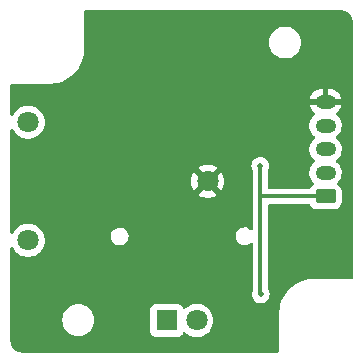
<source format=gbr>
G04 #@! TF.GenerationSoftware,KiCad,Pcbnew,7.0.11-7.0.11~ubuntu22.04.1*
G04 #@! TF.CreationDate,2024-04-10T19:00:30+01:00*
G04 #@! TF.ProjectId,KitchenTimer,4b697463-6865-46e5-9469-6d65722e6b69,rev?*
G04 #@! TF.SameCoordinates,PX44794c0PY22243c0*
G04 #@! TF.FileFunction,Copper,L2,Bot*
G04 #@! TF.FilePolarity,Positive*
%FSLAX45Y45*%
G04 Gerber Fmt 4.5, Leading zero omitted, Abs format (unit mm)*
G04 Created by KiCad (PCBNEW 7.0.11-7.0.11~ubuntu22.04.1) date 2024-04-10 19:00:30*
%MOMM*%
%LPD*%
G01*
G04 APERTURE LIST*
G04 Aperture macros list*
%AMRoundRect*
0 Rectangle with rounded corners*
0 $1 Rounding radius*
0 $2 $3 $4 $5 $6 $7 $8 $9 X,Y pos of 4 corners*
0 Add a 4 corners polygon primitive as box body*
4,1,4,$2,$3,$4,$5,$6,$7,$8,$9,$2,$3,0*
0 Add four circle primitives for the rounded corners*
1,1,$1+$1,$2,$3*
1,1,$1+$1,$4,$5*
1,1,$1+$1,$6,$7*
1,1,$1+$1,$8,$9*
0 Add four rect primitives between the rounded corners*
20,1,$1+$1,$2,$3,$4,$5,0*
20,1,$1+$1,$4,$5,$6,$7,0*
20,1,$1+$1,$6,$7,$8,$9,0*
20,1,$1+$1,$8,$9,$2,$3,0*%
G04 Aperture macros list end*
G04 #@! TA.AperFunction,ComponentPad*
%ADD10R,1.800000X1.800000*%
G04 #@! TD*
G04 #@! TA.AperFunction,ComponentPad*
%ADD11C,1.800000*%
G04 #@! TD*
G04 #@! TA.AperFunction,ComponentPad*
%ADD12RoundRect,0.250000X0.625000X-0.350000X0.625000X0.350000X-0.625000X0.350000X-0.625000X-0.350000X0*%
G04 #@! TD*
G04 #@! TA.AperFunction,ComponentPad*
%ADD13O,1.750000X1.200000*%
G04 #@! TD*
G04 #@! TA.AperFunction,ViaPad*
%ADD14C,0.500000*%
G04 #@! TD*
G04 #@! TA.AperFunction,Conductor*
%ADD15C,0.300000*%
G04 #@! TD*
G04 APERTURE END LIST*
D10*
X1323000Y-2628000D03*
D11*
X1577000Y-2628000D03*
D12*
X2668000Y-1578000D03*
D13*
X2668000Y-1378000D03*
X2668000Y-1178000D03*
X2668000Y-978000D03*
X2668000Y-778000D03*
D11*
X150000Y-950000D03*
X150000Y-1950000D03*
X1670000Y-1450000D03*
D14*
X1148000Y-2143000D03*
X284000Y-2783000D03*
X875000Y-630000D03*
X944000Y-2818000D03*
X2212000Y-2140000D03*
X2243500Y-1318000D03*
X2118000Y-2408000D03*
X2116500Y-1319000D03*
D15*
X2118000Y-1578000D02*
X2117000Y-1577000D01*
X2668000Y-1578000D02*
X2118000Y-1578000D01*
X2116500Y-1319000D02*
X2117000Y-1577000D01*
X2117000Y-1577000D02*
X2117000Y-2407000D01*
X2117000Y-2407000D02*
X2118000Y-2408000D01*
G04 #@! TA.AperFunction,Conductor*
G36*
X2800539Y-97D02*
G01*
X2801743Y-202D01*
X2804488Y-443D01*
X2804596Y-453D01*
X2817178Y-1692D01*
X2819168Y-2054D01*
X2825647Y-3790D01*
X2826020Y-3897D01*
X2835157Y-6668D01*
X2836796Y-7295D01*
X2843387Y-10369D01*
X2843987Y-10669D01*
X2847320Y-12450D01*
X2851905Y-14901D01*
X2853171Y-15679D01*
X2859289Y-19963D01*
X2860043Y-20535D01*
X2866845Y-26117D01*
X2867747Y-26934D01*
X2873065Y-32253D01*
X2873883Y-33154D01*
X2879465Y-39957D01*
X2880037Y-40711D01*
X2884321Y-46828D01*
X2885099Y-48095D01*
X2889330Y-56011D01*
X2889633Y-56616D01*
X2892704Y-63203D01*
X2893332Y-64844D01*
X2896101Y-73971D01*
X2896212Y-74362D01*
X2897945Y-80830D01*
X2898308Y-82824D01*
X2899546Y-95388D01*
X2899558Y-95522D01*
X2899903Y-99460D01*
X2899950Y-100542D01*
X2899950Y-2262550D01*
X2897981Y-2269254D01*
X2892701Y-2273829D01*
X2887550Y-2274950D01*
X2575050Y-2274950D01*
X2575000Y-2274950D01*
X2559275Y-2274950D01*
X2527997Y-2278237D01*
X2527997Y-2278237D01*
X2527997Y-2278238D01*
X2497235Y-2284776D01*
X2497235Y-2284776D01*
X2467325Y-2294494D01*
X2438593Y-2307287D01*
X2438592Y-2307287D01*
X2411357Y-2323011D01*
X2411357Y-2323012D01*
X2385914Y-2341497D01*
X2385913Y-2341497D01*
X2362541Y-2362541D01*
X2341497Y-2385913D01*
X2341497Y-2385914D01*
X2323012Y-2411357D01*
X2323011Y-2411357D01*
X2307287Y-2438592D01*
X2307287Y-2438593D01*
X2294494Y-2467325D01*
X2284776Y-2497235D01*
X2284776Y-2497235D01*
X2278396Y-2527252D01*
X2278237Y-2527997D01*
X2275166Y-2557217D01*
X2274950Y-2559275D01*
X2274950Y-2887550D01*
X2272982Y-2894254D01*
X2267701Y-2898829D01*
X2262550Y-2899950D01*
X100542Y-2899950D01*
X99461Y-2899903D01*
X99200Y-2899880D01*
X95522Y-2899558D01*
X95388Y-2899546D01*
X82824Y-2898308D01*
X80830Y-2897945D01*
X74362Y-2896212D01*
X73971Y-2896101D01*
X64844Y-2893332D01*
X63203Y-2892704D01*
X56616Y-2889633D01*
X56011Y-2889330D01*
X48095Y-2885099D01*
X46828Y-2884321D01*
X40711Y-2880037D01*
X39957Y-2879465D01*
X33154Y-2873883D01*
X32253Y-2873065D01*
X26934Y-2867747D01*
X26117Y-2866845D01*
X20535Y-2860043D01*
X19963Y-2859289D01*
X15679Y-2853171D01*
X14901Y-2851905D01*
X12955Y-2848264D01*
X10669Y-2843987D01*
X10369Y-2843387D01*
X7295Y-2836796D01*
X6668Y-2835157D01*
X3897Y-2826020D01*
X3790Y-2825647D01*
X2054Y-2819168D01*
X1692Y-2817178D01*
X453Y-2804596D01*
X443Y-2804488D01*
X97Y-2800539D01*
X50Y-2799459D01*
X50Y-2625000D01*
X439434Y-2625000D01*
X441494Y-2648540D01*
X441494Y-2648541D01*
X447609Y-2671366D01*
X447610Y-2671366D01*
X447610Y-2671366D01*
X448665Y-2673630D01*
X457596Y-2692783D01*
X457596Y-2692783D01*
X471150Y-2712140D01*
X487860Y-2728849D01*
X507217Y-2742403D01*
X507217Y-2742404D01*
X528634Y-2752390D01*
X528634Y-2752390D01*
X528634Y-2752391D01*
X533725Y-2753755D01*
X551459Y-2758506D01*
X569103Y-2760050D01*
X569103Y-2760050D01*
X569103Y-2760050D01*
X580897Y-2760050D01*
X580897Y-2760050D01*
X598541Y-2758506D01*
X621366Y-2752390D01*
X642783Y-2742404D01*
X662140Y-2728850D01*
X668203Y-2722787D01*
X1182950Y-2722787D01*
X1182950Y-2722788D01*
X1183591Y-2728748D01*
X1188620Y-2742233D01*
X1188621Y-2742234D01*
X1197245Y-2753754D01*
X1197246Y-2753755D01*
X1208766Y-2762379D01*
X1208767Y-2762380D01*
X1222252Y-2767409D01*
X1222252Y-2767409D01*
X1222944Y-2767484D01*
X1228213Y-2768050D01*
X1417787Y-2768050D01*
X1423748Y-2767409D01*
X1437233Y-2762380D01*
X1448755Y-2753755D01*
X1457380Y-2742233D01*
X1460245Y-2734549D01*
X1464433Y-2728956D01*
X1470979Y-2726514D01*
X1477806Y-2727999D01*
X1480987Y-2730484D01*
X1481730Y-2731292D01*
X1481821Y-2731391D01*
X1481822Y-2731392D01*
X1500136Y-2745646D01*
X1500137Y-2745647D01*
X1500137Y-2745647D01*
X1520550Y-2756694D01*
X1530326Y-2760050D01*
X1542501Y-2764230D01*
X1542502Y-2764230D01*
X1542502Y-2764230D01*
X1565395Y-2768050D01*
X1565395Y-2768050D01*
X1588605Y-2768050D01*
X1588605Y-2768050D01*
X1611498Y-2764230D01*
X1633450Y-2756694D01*
X1653863Y-2745647D01*
X1672178Y-2731391D01*
X1687898Y-2714315D01*
X1700592Y-2694885D01*
X1709916Y-2673630D01*
X1715613Y-2651131D01*
X1715613Y-2651130D01*
X1717530Y-2628001D01*
X1717530Y-2627999D01*
X1715613Y-2604870D01*
X1715613Y-2604869D01*
X1709916Y-2582370D01*
X1700592Y-2561115D01*
X1687898Y-2541685D01*
X1687898Y-2541685D01*
X1687898Y-2541685D01*
X1672178Y-2524609D01*
X1672178Y-2524608D01*
X1672178Y-2524608D01*
X1653863Y-2510354D01*
X1653863Y-2510353D01*
X1633450Y-2499306D01*
X1633449Y-2499306D01*
X1611498Y-2491770D01*
X1592445Y-2488591D01*
X1588605Y-2487950D01*
X1565395Y-2487950D01*
X1561555Y-2488591D01*
X1542501Y-2491770D01*
X1520550Y-2499306D01*
X1520549Y-2499306D01*
X1500137Y-2510353D01*
X1500136Y-2510354D01*
X1481822Y-2524608D01*
X1481822Y-2524609D01*
X1480987Y-2525516D01*
X1474998Y-2529115D01*
X1468014Y-2528905D01*
X1462252Y-2524952D01*
X1460245Y-2521451D01*
X1457380Y-2513767D01*
X1457379Y-2513766D01*
X1448755Y-2502246D01*
X1448754Y-2502245D01*
X1437233Y-2493621D01*
X1437233Y-2493620D01*
X1423748Y-2488591D01*
X1423748Y-2488591D01*
X1417788Y-2487950D01*
X1417788Y-2487950D01*
X1417787Y-2487950D01*
X1417786Y-2487950D01*
X1228213Y-2487950D01*
X1228212Y-2487950D01*
X1222252Y-2488591D01*
X1208767Y-2493620D01*
X1208766Y-2493621D01*
X1197246Y-2502245D01*
X1197245Y-2502246D01*
X1188621Y-2513766D01*
X1188620Y-2513767D01*
X1183591Y-2527252D01*
X1182950Y-2533212D01*
X1182950Y-2533214D01*
X1182950Y-2722787D01*
X668203Y-2722787D01*
X678850Y-2712140D01*
X692404Y-2692783D01*
X702390Y-2671366D01*
X708506Y-2648541D01*
X710566Y-2625000D01*
X708506Y-2601459D01*
X702390Y-2578634D01*
X692404Y-2557217D01*
X692403Y-2557217D01*
X678849Y-2537860D01*
X662140Y-2521151D01*
X642783Y-2507597D01*
X642783Y-2507596D01*
X631307Y-2502245D01*
X621366Y-2497610D01*
X621366Y-2497610D01*
X621366Y-2497609D01*
X598541Y-2491494D01*
X598540Y-2491494D01*
X580897Y-2489950D01*
X580897Y-2489950D01*
X569103Y-2489950D01*
X569103Y-2489950D01*
X551460Y-2491494D01*
X551459Y-2491494D01*
X528634Y-2497609D01*
X528634Y-2497610D01*
X507217Y-2507596D01*
X507217Y-2507597D01*
X487860Y-2521151D01*
X471151Y-2537860D01*
X471150Y-2537860D01*
X457597Y-2557217D01*
X457596Y-2557217D01*
X447610Y-2578634D01*
X447609Y-2578634D01*
X441494Y-2601459D01*
X441494Y-2601460D01*
X439434Y-2625000D01*
X439434Y-2625000D01*
X50Y-2625000D01*
X50Y-2015934D01*
X2018Y-2009230D01*
X7299Y-2004655D01*
X14215Y-2003660D01*
X20570Y-2006563D01*
X23806Y-2010953D01*
X26407Y-2016885D01*
X39102Y-2036315D01*
X39102Y-2036315D01*
X39102Y-2036315D01*
X54822Y-2053391D01*
X54822Y-2053391D01*
X54822Y-2053392D01*
X73137Y-2067646D01*
X73137Y-2067647D01*
X73137Y-2067647D01*
X93550Y-2078694D01*
X104949Y-2082607D01*
X115501Y-2086230D01*
X115502Y-2086230D01*
X115502Y-2086230D01*
X138395Y-2090050D01*
X138395Y-2090050D01*
X161605Y-2090050D01*
X161605Y-2090050D01*
X184498Y-2086230D01*
X206450Y-2078694D01*
X226863Y-2067647D01*
X245178Y-2053391D01*
X260898Y-2036315D01*
X273592Y-2016885D01*
X282916Y-1995630D01*
X288613Y-1973130D01*
X288634Y-1972883D01*
X290530Y-1950001D01*
X290530Y-1949999D01*
X288614Y-1926870D01*
X288613Y-1926869D01*
X287480Y-1922393D01*
X849067Y-1922393D01*
X850606Y-1931121D01*
X852113Y-1939671D01*
X859062Y-1955780D01*
X859062Y-1955781D01*
X859063Y-1955781D01*
X864528Y-1963122D01*
X869539Y-1969853D01*
X882979Y-1981130D01*
X890749Y-1985032D01*
X898656Y-1989004D01*
X898656Y-1989004D01*
X898657Y-1989004D01*
X915728Y-1993050D01*
X915728Y-1993050D01*
X928870Y-1993050D01*
X928871Y-1993050D01*
X941925Y-1991524D01*
X958412Y-1985524D01*
X973070Y-1975883D01*
X985109Y-1963122D01*
X993881Y-1947928D01*
X998913Y-1931121D01*
X999596Y-1919393D01*
X1907067Y-1919393D01*
X1909135Y-1931120D01*
X1910113Y-1936671D01*
X1917062Y-1952780D01*
X1917062Y-1952781D01*
X1917063Y-1952781D01*
X1922528Y-1960122D01*
X1927539Y-1966853D01*
X1940979Y-1978130D01*
X1946952Y-1981130D01*
X1956656Y-1986004D01*
X1956656Y-1986004D01*
X1956657Y-1986004D01*
X1973728Y-1990050D01*
X1973728Y-1990050D01*
X1986870Y-1990050D01*
X1986871Y-1990050D01*
X1999925Y-1988524D01*
X2016412Y-1982524D01*
X2031070Y-1972883D01*
X2031070Y-1972883D01*
X2031579Y-1972455D01*
X2037980Y-1969654D01*
X2044879Y-1970758D01*
X2050086Y-1975416D01*
X2051950Y-1981954D01*
X2051950Y-2368483D01*
X2050195Y-2374574D01*
X2050256Y-2374604D01*
X2050083Y-2374964D01*
X2050050Y-2375079D01*
X2049954Y-2375231D01*
X2044368Y-2391194D01*
X2042475Y-2408000D01*
X2042475Y-2408000D01*
X2044368Y-2424806D01*
X2049954Y-2440769D01*
X2049955Y-2440770D01*
X2058952Y-2455088D01*
X2058952Y-2455089D01*
X2070911Y-2467048D01*
X2070911Y-2467048D01*
X2085230Y-2476045D01*
X2085230Y-2476045D01*
X2085231Y-2476046D01*
X2085231Y-2476046D01*
X2092491Y-2478586D01*
X2101194Y-2481631D01*
X2118000Y-2483525D01*
X2118000Y-2483525D01*
X2118000Y-2483525D01*
X2134806Y-2481631D01*
X2134806Y-2481631D01*
X2150769Y-2476046D01*
X2150769Y-2476045D01*
X2150769Y-2476045D01*
X2150770Y-2476045D01*
X2165088Y-2467048D01*
X2165089Y-2467048D01*
X2165089Y-2467048D01*
X2177048Y-2455089D01*
X2186045Y-2440770D01*
X2186045Y-2440769D01*
X2186045Y-2440769D01*
X2186046Y-2440769D01*
X2191631Y-2424806D01*
X2191631Y-2424806D01*
X2191631Y-2424806D01*
X2193525Y-2408000D01*
X2193525Y-2408000D01*
X2191631Y-2391194D01*
X2189783Y-2385913D01*
X2186046Y-2375231D01*
X2185457Y-2374294D01*
X2183951Y-2371897D01*
X2182050Y-2365300D01*
X2182050Y-1655450D01*
X2184019Y-1648746D01*
X2189299Y-1644171D01*
X2194450Y-1643050D01*
X2528936Y-1643050D01*
X2535640Y-1645018D01*
X2539490Y-1648940D01*
X2546229Y-1659866D01*
X2558634Y-1672271D01*
X2573567Y-1681481D01*
X2590220Y-1687000D01*
X2600499Y-1688050D01*
X2735501Y-1688050D01*
X2745780Y-1687000D01*
X2762433Y-1681481D01*
X2777366Y-1672271D01*
X2789771Y-1659866D01*
X2798981Y-1644933D01*
X2804500Y-1628280D01*
X2805550Y-1618001D01*
X2805550Y-1537999D01*
X2804500Y-1527720D01*
X2798981Y-1511067D01*
X2789771Y-1496134D01*
X2777366Y-1483729D01*
X2771026Y-1479818D01*
X2766354Y-1474624D01*
X2765231Y-1467727D01*
X2768016Y-1461319D01*
X2769870Y-1459518D01*
X2771789Y-1458009D01*
X2785552Y-1442126D01*
X2796060Y-1423924D01*
X2802934Y-1404063D01*
X2805925Y-1383260D01*
X2804925Y-1362267D01*
X2799970Y-1341842D01*
X2799970Y-1341842D01*
X2791240Y-1322726D01*
X2791240Y-1322725D01*
X2791240Y-1322725D01*
X2791240Y-1322725D01*
X2779049Y-1305605D01*
X2779048Y-1305605D01*
X2779048Y-1305604D01*
X2763838Y-1291101D01*
X2759706Y-1288446D01*
X2755130Y-1283165D01*
X2754136Y-1276250D01*
X2757038Y-1269894D01*
X2758745Y-1268267D01*
X2763028Y-1264898D01*
X2771789Y-1258009D01*
X2785552Y-1242126D01*
X2796060Y-1223924D01*
X2802934Y-1204063D01*
X2805925Y-1183260D01*
X2804925Y-1162267D01*
X2799970Y-1141842D01*
X2799970Y-1141842D01*
X2791240Y-1122726D01*
X2791240Y-1122725D01*
X2791240Y-1122725D01*
X2791240Y-1122725D01*
X2779049Y-1105605D01*
X2779048Y-1105605D01*
X2779048Y-1105604D01*
X2763838Y-1091101D01*
X2759706Y-1088446D01*
X2755130Y-1083165D01*
X2754136Y-1076250D01*
X2757038Y-1069894D01*
X2758745Y-1068267D01*
X2771788Y-1058009D01*
X2771789Y-1058009D01*
X2785552Y-1042126D01*
X2796060Y-1023924D01*
X2802934Y-1004063D01*
X2805925Y-983260D01*
X2804925Y-962267D01*
X2799970Y-941842D01*
X2799970Y-941842D01*
X2791240Y-922726D01*
X2791240Y-922725D01*
X2791240Y-922725D01*
X2791240Y-922725D01*
X2779049Y-905605D01*
X2779048Y-905605D01*
X2779048Y-905604D01*
X2763838Y-891101D01*
X2759661Y-888417D01*
X2755086Y-883137D01*
X2754091Y-876221D01*
X2756994Y-869865D01*
X2758700Y-868239D01*
X2771754Y-857973D01*
X2785511Y-842097D01*
X2785511Y-842096D01*
X2796014Y-823904D01*
X2796015Y-823903D01*
X2802885Y-804052D01*
X2802885Y-804051D01*
X2803037Y-803000D01*
X2695956Y-803000D01*
X2699828Y-798794D01*
X2704855Y-787333D01*
X2705889Y-774860D01*
X2702816Y-762728D01*
X2696461Y-753000D01*
X2802626Y-753000D01*
X2799923Y-741859D01*
X2791196Y-722749D01*
X2779011Y-705638D01*
X2779010Y-705637D01*
X2763807Y-691141D01*
X2746134Y-679783D01*
X2726631Y-671976D01*
X2706004Y-668000D01*
X2693000Y-668000D01*
X2693000Y-749938D01*
X2686095Y-744564D01*
X2674258Y-740500D01*
X2664893Y-740500D01*
X2655655Y-742041D01*
X2644649Y-747998D01*
X2643000Y-749789D01*
X2643000Y-668000D01*
X2635260Y-668000D01*
X2619588Y-669497D01*
X2619587Y-669497D01*
X2599431Y-675415D01*
X2580759Y-685041D01*
X2564246Y-698027D01*
X2564246Y-698027D01*
X2550489Y-713903D01*
X2550489Y-713904D01*
X2539986Y-732096D01*
X2539985Y-732097D01*
X2533114Y-751948D01*
X2533114Y-751948D01*
X2532963Y-753000D01*
X2640044Y-753000D01*
X2636172Y-757206D01*
X2631145Y-768667D01*
X2630111Y-781139D01*
X2633184Y-793272D01*
X2639539Y-803000D01*
X2533374Y-803000D01*
X2536077Y-814141D01*
X2544804Y-833251D01*
X2556989Y-850362D01*
X2556990Y-850362D01*
X2572193Y-864859D01*
X2576336Y-867521D01*
X2580911Y-872802D01*
X2581906Y-879718D01*
X2579003Y-886073D01*
X2577297Y-887700D01*
X2564212Y-897990D01*
X2564211Y-897991D01*
X2550448Y-913875D01*
X2539940Y-932075D01*
X2533066Y-951936D01*
X2533066Y-951937D01*
X2531580Y-962267D01*
X2530075Y-972740D01*
X2531075Y-993733D01*
X2536030Y-1014158D01*
X2536030Y-1014158D01*
X2544760Y-1033274D01*
X2544760Y-1033275D01*
X2544760Y-1033275D01*
X2544760Y-1033275D01*
X2551063Y-1042126D01*
X2556952Y-1050395D01*
X2556952Y-1050396D01*
X2572162Y-1064898D01*
X2576294Y-1067554D01*
X2580870Y-1072834D01*
X2581864Y-1079750D01*
X2578962Y-1086106D01*
X2577256Y-1087733D01*
X2564211Y-1097991D01*
X2550448Y-1113875D01*
X2539940Y-1132075D01*
X2533066Y-1151937D01*
X2533066Y-1151937D01*
X2531580Y-1162267D01*
X2530075Y-1172740D01*
X2531075Y-1193733D01*
X2536030Y-1214158D01*
X2536030Y-1214158D01*
X2544760Y-1233274D01*
X2544760Y-1233275D01*
X2544760Y-1233275D01*
X2544760Y-1233275D01*
X2553372Y-1245369D01*
X2556952Y-1250395D01*
X2556952Y-1250396D01*
X2572162Y-1264898D01*
X2576294Y-1267554D01*
X2580870Y-1272834D01*
X2581864Y-1279750D01*
X2578962Y-1286106D01*
X2577256Y-1287733D01*
X2564211Y-1297991D01*
X2550448Y-1313875D01*
X2539940Y-1332075D01*
X2533066Y-1351937D01*
X2533066Y-1351937D01*
X2530435Y-1370237D01*
X2530075Y-1372740D01*
X2531075Y-1393733D01*
X2536030Y-1414158D01*
X2536030Y-1414158D01*
X2544760Y-1433274D01*
X2544760Y-1433275D01*
X2544760Y-1433275D01*
X2544760Y-1433275D01*
X2556951Y-1450395D01*
X2556952Y-1450395D01*
X2567208Y-1460175D01*
X2570702Y-1466226D01*
X2570369Y-1473205D01*
X2566316Y-1478896D01*
X2565161Y-1479703D01*
X2558634Y-1483729D01*
X2546229Y-1496134D01*
X2546229Y-1496134D01*
X2540328Y-1505701D01*
X2539490Y-1507060D01*
X2534295Y-1511732D01*
X2528936Y-1512950D01*
X2194302Y-1512950D01*
X2187598Y-1510981D01*
X2183023Y-1505701D01*
X2181902Y-1500574D01*
X2181888Y-1493486D01*
X2181630Y-1360006D01*
X2183531Y-1353384D01*
X2184440Y-1351937D01*
X2184546Y-1351769D01*
X2190131Y-1335806D01*
X2192025Y-1319000D01*
X2191447Y-1313874D01*
X2190131Y-1302194D01*
X2184545Y-1286231D01*
X2184545Y-1286230D01*
X2175548Y-1271912D01*
X2175548Y-1271911D01*
X2163589Y-1259952D01*
X2163588Y-1259952D01*
X2149270Y-1250955D01*
X2149269Y-1250955D01*
X2133306Y-1245369D01*
X2116500Y-1243475D01*
X2116500Y-1243475D01*
X2099694Y-1245369D01*
X2083730Y-1250955D01*
X2083730Y-1250955D01*
X2069411Y-1259952D01*
X2069411Y-1259952D01*
X2057452Y-1271911D01*
X2057452Y-1271912D01*
X2048455Y-1286230D01*
X2048454Y-1286231D01*
X2042868Y-1302194D01*
X2040975Y-1319000D01*
X2040975Y-1319000D01*
X2042868Y-1335806D01*
X2048454Y-1351769D01*
X2049629Y-1353639D01*
X2051530Y-1360212D01*
X2051933Y-1568500D01*
X2051764Y-1570050D01*
X2051797Y-1570053D01*
X2051724Y-1570830D01*
X2051944Y-1577826D01*
X2051950Y-1578216D01*
X2051950Y-1848713D01*
X2049981Y-1855417D01*
X2044701Y-1859992D01*
X2037785Y-1860987D01*
X2031579Y-1858212D01*
X2024021Y-1851870D01*
X2024021Y-1851870D01*
X2008344Y-1843996D01*
X2008343Y-1843996D01*
X1991272Y-1839950D01*
X1978129Y-1839950D01*
X1967685Y-1841171D01*
X1965074Y-1841476D01*
X1965074Y-1841476D01*
X1948588Y-1847476D01*
X1948588Y-1847476D01*
X1933931Y-1857117D01*
X1933930Y-1857117D01*
X1921891Y-1869878D01*
X1913119Y-1885072D01*
X1908087Y-1901879D01*
X1908087Y-1901879D01*
X1907067Y-1919393D01*
X999596Y-1919393D01*
X999933Y-1913606D01*
X996886Y-1896329D01*
X989938Y-1880220D01*
X979461Y-1866147D01*
X972275Y-1860117D01*
X966021Y-1854870D01*
X966021Y-1854870D01*
X950344Y-1846996D01*
X950343Y-1846996D01*
X933272Y-1842950D01*
X920129Y-1842950D01*
X909685Y-1844171D01*
X907074Y-1844476D01*
X907074Y-1844476D01*
X890588Y-1850476D01*
X890588Y-1850476D01*
X875931Y-1860117D01*
X875930Y-1860117D01*
X863891Y-1872878D01*
X855119Y-1888072D01*
X850087Y-1904879D01*
X850087Y-1904879D01*
X849067Y-1922393D01*
X287480Y-1922393D01*
X282916Y-1904370D01*
X273592Y-1883115D01*
X260898Y-1863685D01*
X260898Y-1863685D01*
X260898Y-1863685D01*
X245178Y-1846609D01*
X245178Y-1846608D01*
X245178Y-1846608D01*
X226863Y-1832353D01*
X226863Y-1832353D01*
X206450Y-1821306D01*
X206449Y-1821306D01*
X184498Y-1813770D01*
X167328Y-1810905D01*
X161605Y-1809950D01*
X138395Y-1809950D01*
X133816Y-1810714D01*
X115501Y-1813770D01*
X93550Y-1821306D01*
X93549Y-1821306D01*
X73137Y-1832353D01*
X73137Y-1832353D01*
X54822Y-1846608D01*
X54822Y-1846608D01*
X54822Y-1846609D01*
X54822Y-1846609D01*
X49978Y-1851870D01*
X39102Y-1863685D01*
X26408Y-1883115D01*
X23806Y-1889047D01*
X19310Y-1894395D01*
X12636Y-1896464D01*
X5903Y-1894597D01*
X1249Y-1889386D01*
X50Y-1884066D01*
X50Y-1450000D01*
X1529520Y-1450000D01*
X1531436Y-1473122D01*
X1537132Y-1495613D01*
X1546451Y-1516861D01*
X1554881Y-1529763D01*
X1625555Y-1459089D01*
X1625633Y-1460126D01*
X1630589Y-1472754D01*
X1639046Y-1483360D01*
X1650255Y-1491002D01*
X1661030Y-1494325D01*
X1590120Y-1565235D01*
X1593165Y-1567605D01*
X1613570Y-1578648D01*
X1613571Y-1578648D01*
X1635514Y-1586181D01*
X1658399Y-1590000D01*
X1681601Y-1590000D01*
X1704486Y-1586181D01*
X1726429Y-1578648D01*
X1726430Y-1578648D01*
X1746835Y-1567605D01*
X1749880Y-1565235D01*
X1749880Y-1565235D01*
X1678823Y-1494178D01*
X1683414Y-1493486D01*
X1695636Y-1487601D01*
X1705580Y-1478374D01*
X1712362Y-1466626D01*
X1714150Y-1458795D01*
X1785119Y-1529763D01*
X1793548Y-1516861D01*
X1802868Y-1495613D01*
X1808564Y-1473122D01*
X1810480Y-1450000D01*
X1810480Y-1449999D01*
X1808564Y-1426878D01*
X1802868Y-1404386D01*
X1793548Y-1383139D01*
X1785119Y-1370237D01*
X1714445Y-1440910D01*
X1714367Y-1439873D01*
X1709411Y-1427246D01*
X1700953Y-1416640D01*
X1689745Y-1408998D01*
X1678970Y-1405675D01*
X1749880Y-1334765D01*
X1749880Y-1334765D01*
X1746836Y-1332396D01*
X1746835Y-1332395D01*
X1726430Y-1321352D01*
X1726429Y-1321352D01*
X1704486Y-1313819D01*
X1681601Y-1310000D01*
X1658399Y-1310000D01*
X1635514Y-1313819D01*
X1613571Y-1321352D01*
X1613570Y-1321352D01*
X1593165Y-1332395D01*
X1590120Y-1334765D01*
X1661177Y-1405821D01*
X1656586Y-1406513D01*
X1644364Y-1412399D01*
X1634420Y-1421626D01*
X1627637Y-1433374D01*
X1625850Y-1441205D01*
X1554881Y-1370237D01*
X1546452Y-1383139D01*
X1537132Y-1404386D01*
X1531436Y-1426878D01*
X1529520Y-1449999D01*
X1529520Y-1450000D01*
X50Y-1450000D01*
X50Y-1015934D01*
X2018Y-1009230D01*
X7299Y-1004655D01*
X14215Y-1003660D01*
X20570Y-1006563D01*
X23806Y-1010953D01*
X26407Y-1016885D01*
X39102Y-1036315D01*
X39102Y-1036315D01*
X39102Y-1036315D01*
X54822Y-1053391D01*
X54822Y-1053392D01*
X54822Y-1053392D01*
X73137Y-1067646D01*
X73137Y-1067647D01*
X73137Y-1067647D01*
X93550Y-1078694D01*
X96628Y-1079750D01*
X115501Y-1086230D01*
X115502Y-1086230D01*
X115502Y-1086230D01*
X138395Y-1090050D01*
X138395Y-1090050D01*
X161605Y-1090050D01*
X161605Y-1090050D01*
X184498Y-1086230D01*
X206450Y-1078694D01*
X226863Y-1067647D01*
X245178Y-1053391D01*
X260898Y-1036315D01*
X273592Y-1016885D01*
X282916Y-995630D01*
X288613Y-973130D01*
X288614Y-973130D01*
X290530Y-950001D01*
X290530Y-949999D01*
X288614Y-926870D01*
X288613Y-926869D01*
X282916Y-904370D01*
X273592Y-883115D01*
X260898Y-863685D01*
X260898Y-863685D01*
X260898Y-863685D01*
X245178Y-846609D01*
X245178Y-846608D01*
X245178Y-846608D01*
X226863Y-832353D01*
X226863Y-832353D01*
X206450Y-821306D01*
X206449Y-821306D01*
X184498Y-813770D01*
X167328Y-810905D01*
X161605Y-809950D01*
X138395Y-809950D01*
X133816Y-810714D01*
X115501Y-813770D01*
X93550Y-821306D01*
X93549Y-821306D01*
X73137Y-832353D01*
X73137Y-832353D01*
X54822Y-846608D01*
X54822Y-846608D01*
X39102Y-863685D01*
X26408Y-883115D01*
X23806Y-889047D01*
X19310Y-894395D01*
X12636Y-896464D01*
X5903Y-894597D01*
X1249Y-889386D01*
X50Y-884066D01*
X50Y-637450D01*
X2018Y-630746D01*
X7299Y-626171D01*
X12450Y-625050D01*
X340725Y-625050D01*
X340725Y-625050D01*
X372003Y-621763D01*
X402765Y-615224D01*
X432676Y-605505D01*
X461407Y-592713D01*
X488643Y-576989D01*
X514087Y-558503D01*
X537459Y-537459D01*
X558503Y-514087D01*
X576989Y-488643D01*
X592713Y-461407D01*
X605505Y-432676D01*
X615224Y-402765D01*
X621763Y-372003D01*
X625050Y-340725D01*
X625050Y-325000D01*
X625050Y-324950D01*
X625050Y-275000D01*
X2189434Y-275000D01*
X2191494Y-298540D01*
X2191494Y-298541D01*
X2197609Y-321366D01*
X2197610Y-321366D01*
X2197610Y-321366D01*
X2202603Y-332075D01*
X2207596Y-342783D01*
X2207597Y-342783D01*
X2221151Y-362140D01*
X2237860Y-378849D01*
X2257217Y-392403D01*
X2257217Y-392403D01*
X2278634Y-402390D01*
X2278634Y-402390D01*
X2278634Y-402390D01*
X2284129Y-403863D01*
X2301459Y-408506D01*
X2319103Y-410050D01*
X2319103Y-410050D01*
X2319103Y-410050D01*
X2330897Y-410050D01*
X2330897Y-410050D01*
X2348541Y-408506D01*
X2371366Y-402390D01*
X2392783Y-392403D01*
X2412140Y-378849D01*
X2428850Y-362140D01*
X2442404Y-342783D01*
X2452390Y-321366D01*
X2458506Y-298541D01*
X2460566Y-275000D01*
X2458506Y-251459D01*
X2452390Y-228634D01*
X2442404Y-207217D01*
X2442403Y-207217D01*
X2428849Y-187860D01*
X2412140Y-171151D01*
X2392783Y-157597D01*
X2392783Y-157596D01*
X2382075Y-152603D01*
X2371366Y-147610D01*
X2371366Y-147610D01*
X2371366Y-147609D01*
X2348541Y-141494D01*
X2348540Y-141494D01*
X2330897Y-139950D01*
X2330897Y-139950D01*
X2319103Y-139950D01*
X2319103Y-139950D01*
X2301460Y-141494D01*
X2301459Y-141494D01*
X2278634Y-147609D01*
X2278634Y-147610D01*
X2257217Y-157596D01*
X2257217Y-157597D01*
X2237860Y-171151D01*
X2221151Y-187860D01*
X2221150Y-187860D01*
X2207597Y-207216D01*
X2207597Y-207217D01*
X2197610Y-228633D01*
X2197609Y-228634D01*
X2191494Y-251459D01*
X2191494Y-251460D01*
X2189434Y-275000D01*
X2189434Y-275000D01*
X625050Y-275000D01*
X625050Y-12450D01*
X627019Y-5746D01*
X632299Y-1171D01*
X637450Y-50D01*
X2799459Y-50D01*
X2800539Y-97D01*
G37*
G04 #@! TD.AperFunction*
M02*

</source>
